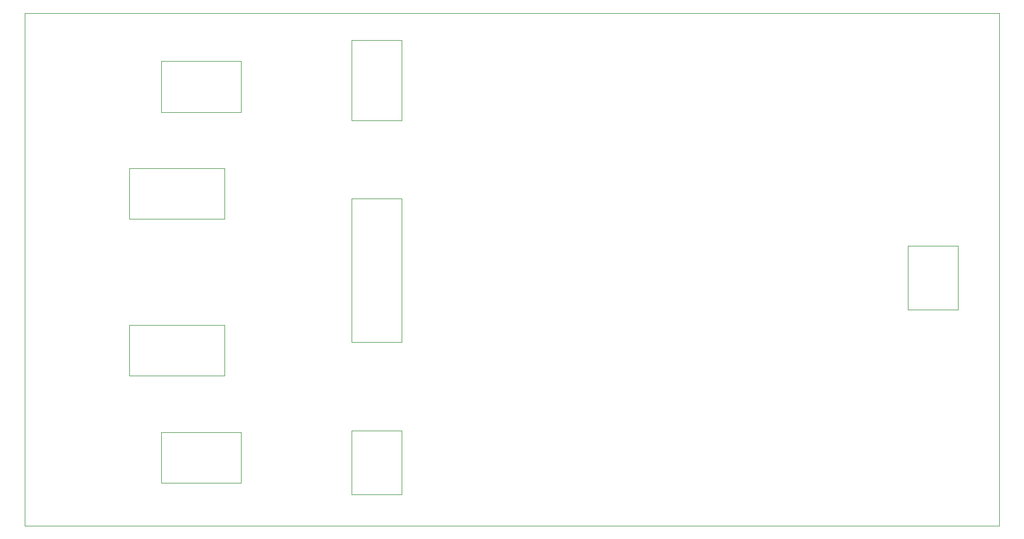
<source format=gbr>
%TF.GenerationSoftware,KiCad,Pcbnew,9.0.5-9.0.5~ubuntu24.04.1*%
%TF.CreationDate,2025-10-22T14:02:37+02:00*%
%TF.ProjectId,misrc_v2.5_top_panel,6d697372-635f-4763-922e-355f746f705f,rev?*%
%TF.SameCoordinates,Original*%
%TF.FileFunction,Profile,NP*%
%FSLAX46Y46*%
G04 Gerber Fmt 4.6, Leading zero omitted, Abs format (unit mm)*
G04 Created by KiCad (PCBNEW 9.0.5-9.0.5~ubuntu24.04.1) date 2025-10-22 14:02:37*
%MOMM*%
%LPD*%
G01*
G04 APERTURE LIST*
%TA.AperFunction,Profile*%
%ADD10C,0.050000*%
%TD*%
G04 APERTURE END LIST*
D10*
X107095000Y-64205000D02*
X107095000Y-76505000D01*
X90044000Y-67442000D02*
X77744000Y-67442000D01*
X206756000Y-60008400D02*
X56743600Y-60008400D01*
X114795000Y-124300166D02*
X107095000Y-124300166D01*
X87524000Y-83915000D02*
X72870000Y-83915000D01*
X87524000Y-108050000D02*
X72870000Y-108050000D01*
X107095000Y-110700000D02*
X114795000Y-110700000D01*
X192657400Y-95861800D02*
X192657400Y-105661800D01*
X72870000Y-108050000D02*
X72870000Y-115850000D01*
X114795000Y-64205000D02*
X107095000Y-64205000D01*
X72870000Y-83915000D02*
X72870000Y-91715000D01*
X114795000Y-110700000D02*
X114795000Y-88550000D01*
X114795000Y-88550000D02*
X107095000Y-88550000D01*
X107095000Y-124300166D02*
X107095000Y-134100166D01*
X56743600Y-60008400D02*
X56743600Y-138975200D01*
X90044000Y-75242000D02*
X90044000Y-67442000D01*
X77744000Y-67442000D02*
X77744000Y-75242000D01*
X114795000Y-76505000D02*
X114795000Y-64205000D01*
X206756000Y-138975200D02*
X206756000Y-60008400D01*
X107095000Y-134100166D02*
X114795000Y-134100166D01*
X107095000Y-76505000D02*
X114795000Y-76505000D01*
X200357400Y-105661800D02*
X200357400Y-95861800D01*
X77744000Y-132323000D02*
X90044000Y-132323000D01*
X114795000Y-134100166D02*
X114795000Y-124300166D01*
X72870000Y-91715000D02*
X87524000Y-91715000D01*
X87524000Y-91715000D02*
X87524000Y-83915000D01*
X87524000Y-115850000D02*
X87524000Y-108050000D01*
X77744000Y-124523000D02*
X77744000Y-132323000D01*
X77744000Y-75242000D02*
X90044000Y-75242000D01*
X90044000Y-124523000D02*
X77744000Y-124523000D01*
X200357400Y-95861800D02*
X192657400Y-95861800D01*
X90044000Y-132323000D02*
X90044000Y-124523000D01*
X107095000Y-88550000D02*
X107095000Y-110700000D01*
X192657400Y-105661800D02*
X200357400Y-105661800D01*
X56743600Y-138975200D02*
X206756000Y-138975200D01*
X72870000Y-115850000D02*
X87524000Y-115850000D01*
M02*

</source>
